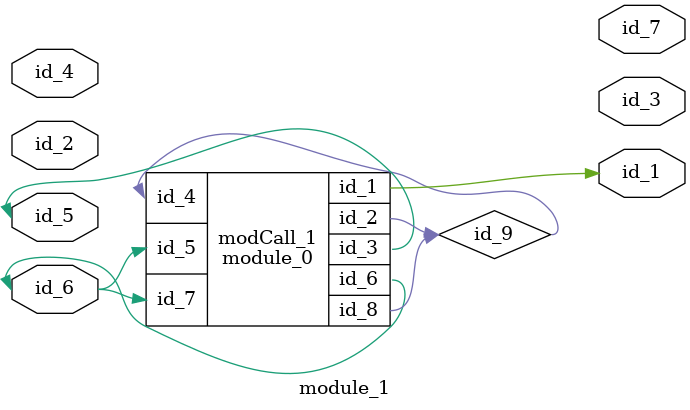
<source format=v>
module module_0 (
    id_1,
    id_2,
    id_3,
    id_4,
    id_5,
    id_6,
    id_7,
    id_8
);
  inout wire id_8;
  input wire id_7;
  output wire id_6;
  input wire id_5;
  input wire id_4;
  inout wire id_3;
  output wire id_2;
  output wire id_1;
  wire id_9;
endmodule
module module_1 (
    id_1,
    id_2,
    id_3,
    id_4,
    id_5,
    id_6,
    id_7
);
  output wire id_7;
  inout wire id_6;
  inout wire id_5;
  input wire id_4;
  output wire id_3;
  input wire id_2;
  output wire id_1;
  wire id_8;
  wire id_9;
  module_0 modCall_1 (
      id_1,
      id_9,
      id_5,
      id_9,
      id_6,
      id_6,
      id_6,
      id_9
  );
endmodule

</source>
